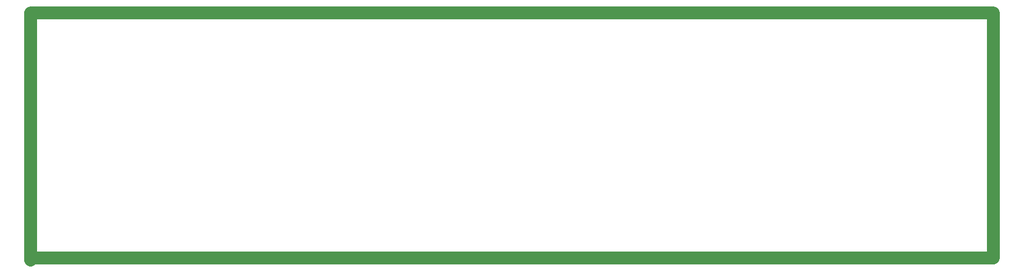
<source format=gko>
G04 Layer_Color=16711935*
%FSLAX25Y25*%
%MOIN*%
G70*
G01*
G75*
%ADD10C,0.07874*%
D10*
X94488Y248189D02*
X691653D01*
Y95748D02*
Y248189D01*
X94488Y95748D02*
X691653D01*
X94488Y94488D02*
Y248189D01*
M02*

</source>
